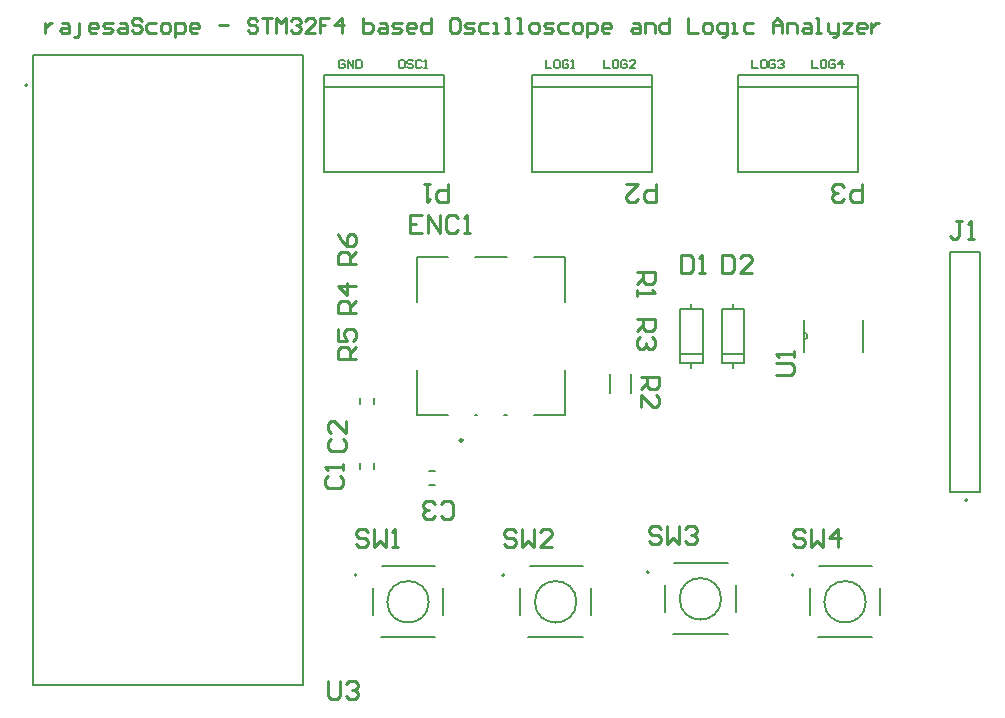
<source format=gbr>
%TF.GenerationSoftware,Altium Limited,Altium Designer,24.7.2 (38)*%
G04 Layer_Color=65535*
%FSLAX45Y45*%
%MOMM*%
%TF.SameCoordinates,C0304756-74E1-48AD-9E84-610300F6E2F7*%
%TF.FilePolarity,Positive*%
%TF.FileFunction,Legend,Top*%
%TF.Part,Single*%
G01*
G75*
%TA.AperFunction,NonConductor*%
%ADD30C,0.20000*%
%ADD31C,0.12700*%
%ADD32C,0.25000*%
%ADD33C,0.15240*%
%ADD34C,0.15400*%
%ADD35C,0.28400*%
%ADD36C,0.25400*%
D30*
X1265501Y-1675000D02*
G03*
X1265501Y-1675000I-10000J0D01*
G01*
X-2434500D02*
G03*
X-2434500Y-1675000I-10000J0D01*
G01*
X40501Y-1650000D02*
G03*
X40501Y-1650000I-10000J0D01*
G01*
X-1184500Y-1675000D02*
G03*
X-1184500Y-1675000I-10000J0D01*
G01*
X-5221900Y2474400D02*
G03*
X-5221900Y2474400I-10000J0D01*
G01*
X2736001Y-1040500D02*
G03*
X2736001Y-1040500I-10000J0D01*
G01*
X654502Y121998D02*
Y578000D01*
X845500D01*
Y121998D02*
Y578000D01*
X654502Y121998D02*
X845500D01*
X664500Y200002D02*
X835503D01*
X750001Y81999D02*
Y121998D01*
Y578000D02*
Y618000D01*
X304500Y121998D02*
Y578000D01*
X495503D01*
Y121998D02*
Y578000D01*
X304500Y121998D02*
X495503D01*
X314503Y200002D02*
X485501D01*
X399999Y81999D02*
Y121998D01*
Y578000D02*
Y618000D01*
X-1925000Y1020000D02*
X-1665000D01*
X-1434998D02*
X-1164996D01*
X-934999D02*
X-675000D01*
Y-320002D02*
Y62502D01*
Y637502D02*
Y1020000D01*
X-1925000Y-320002D02*
X-1665000D01*
X-1434998D02*
X-1414998D01*
X-1184996D02*
X-1164996D01*
X-934999D02*
X-675000D01*
X-1925000D02*
Y62502D01*
Y637502D02*
Y1020000D01*
X-2289688Y-774688D02*
Y-725310D01*
X-2410308Y-774688D02*
Y-725310D01*
X-2289688Y-224691D02*
Y-175309D01*
X-2410308Y-224691D02*
Y-175309D01*
X-1824690Y-789689D02*
X-1775308D01*
X-1824690Y-910308D02*
X-1775308D01*
X-289997Y-130000D02*
Y30000D01*
X-109997Y-130000D02*
Y30000D01*
X2589002Y-966503D02*
Y1065497D01*
Y-966503D02*
X2843002D01*
Y1065497D01*
X2589002D02*
X2843002D01*
D31*
X1875501Y-1900000D02*
G03*
X1875501Y-1900000I-175500J0D01*
G01*
X-1824500D02*
G03*
X-1824500Y-1900000I-175500J0D01*
G01*
X650501Y-1875000D02*
G03*
X650501Y-1875000I-175500J0D01*
G01*
X-574499Y-1900000D02*
G03*
X-574499Y-1900000I-175500J0D01*
G01*
X1400500Y-2015000D02*
Y-1784998D01*
X1470000Y-2199501D02*
X1929999D01*
X2000001Y-2015000D02*
Y-1784998D01*
X1479997Y-1600503D02*
X1929999D01*
X-2299498Y-2015000D02*
Y-1784998D01*
X-2229998Y-2199501D02*
X-1769999D01*
X-1700002Y-2015000D02*
Y-1784998D01*
X-2220001Y-1600503D02*
X-1769999D01*
X175499Y-1990001D02*
Y-1759999D01*
X244998Y-2174502D02*
X704997D01*
X775000Y-1990001D02*
Y-1759999D01*
X255001Y-1575499D02*
X704997D01*
X-1049503Y-2015000D02*
Y-1784998D01*
X-980003Y-2199501D02*
X-519999D01*
X-450002Y-2015000D02*
Y-1784998D01*
X-970001Y-1600503D02*
X-519999D01*
X-2708001Y2459997D02*
X-1692001D01*
Y1739999D02*
Y2459997D01*
Y2559997D01*
X-2708001D02*
X-1692001D01*
X-2708001Y2459997D02*
Y2559997D01*
Y1739999D02*
Y2459997D01*
Y1739999D02*
X-1692001D01*
X-953999Y2459997D02*
X62001D01*
Y1739999D02*
Y2459997D01*
Y2559997D01*
X-953999D02*
X62001D01*
X-953999Y2459997D02*
Y2559997D01*
Y1739999D02*
Y2459997D01*
Y1739999D02*
X62001D01*
X796000Y2459997D02*
X1812000D01*
Y1739999D02*
Y2459997D01*
Y2559997D01*
X796000D02*
X1812000D01*
X796000Y2459997D02*
Y2559997D01*
Y1739999D02*
Y2459997D01*
Y1739999D02*
X1812000D01*
X-5174899Y2728399D02*
X-2888899D01*
Y-2605601D02*
Y2728399D01*
X-5174899Y-2605601D02*
X-2888899D01*
X-5174899D02*
Y2728399D01*
D32*
X-1537500Y-532500D02*
G03*
X-1537500Y-532500I-12500J0D01*
G01*
D33*
X1351080Y319521D02*
G03*
X1351080Y380481I0J30480D01*
G01*
X1351082Y212839D02*
Y319519D01*
Y380479D01*
Y487159D01*
X1848922Y212839D02*
Y487159D01*
D34*
X915400Y2687776D02*
Y2615400D01*
X963651D01*
X1023965Y2687776D02*
X999839D01*
X987777Y2675714D01*
Y2627463D01*
X999839Y2615400D01*
X1023965D01*
X1036028Y2627463D01*
Y2675714D01*
X1023965Y2687776D01*
X1108404Y2675714D02*
X1096341Y2687776D01*
X1072216D01*
X1060153Y2675714D01*
Y2627463D01*
X1072216Y2615400D01*
X1096341D01*
X1108404Y2627463D01*
Y2651588D01*
X1084279D01*
X1132530Y2675714D02*
X1144592Y2687776D01*
X1168718D01*
X1180781Y2675714D01*
Y2663651D01*
X1168718Y2651588D01*
X1156655D01*
X1168718D01*
X1180781Y2639525D01*
Y2627463D01*
X1168718Y2615400D01*
X1144592D01*
X1132530Y2627463D01*
X1422036Y2687776D02*
Y2615400D01*
X1470287D01*
X1530600Y2687776D02*
X1506475D01*
X1494412Y2675714D01*
Y2627463D01*
X1506475Y2615400D01*
X1530600D01*
X1542663Y2627463D01*
Y2675714D01*
X1530600Y2687776D01*
X1615040Y2675714D02*
X1602977Y2687776D01*
X1578852D01*
X1566789Y2675714D01*
Y2627463D01*
X1578852Y2615400D01*
X1602977D01*
X1615040Y2627463D01*
Y2651588D01*
X1590914D01*
X1675354Y2615400D02*
Y2687776D01*
X1639165Y2651588D01*
X1687416D01*
X-834600Y2687776D02*
Y2615400D01*
X-786349D01*
X-726035Y2687776D02*
X-750161D01*
X-762224Y2675714D01*
Y2627463D01*
X-750161Y2615400D01*
X-726035D01*
X-713972Y2627463D01*
Y2675714D01*
X-726035Y2687776D01*
X-641596Y2675714D02*
X-653659Y2687776D01*
X-677784D01*
X-689847Y2675714D01*
Y2627463D01*
X-677784Y2615400D01*
X-653659D01*
X-641596Y2627463D01*
Y2651588D01*
X-665722D01*
X-617470Y2615400D02*
X-593345D01*
X-605408D01*
Y2687776D01*
X-617470Y2675714D01*
X-340027Y2687776D02*
Y2615400D01*
X-291776D01*
X-231462Y2687776D02*
X-255588D01*
X-267650Y2675714D01*
Y2627463D01*
X-255588Y2615400D01*
X-231462D01*
X-219399Y2627463D01*
Y2675714D01*
X-231462Y2687776D01*
X-147023Y2675714D02*
X-159086Y2687776D01*
X-183211D01*
X-195274Y2675714D01*
Y2627463D01*
X-183211Y2615400D01*
X-159086D01*
X-147023Y2627463D01*
Y2651588D01*
X-171149D01*
X-74646Y2615400D02*
X-122897D01*
X-74646Y2663651D01*
Y2675714D01*
X-86709Y2687776D01*
X-110835D01*
X-122897Y2675714D01*
X-2536349D02*
X-2548412Y2687776D01*
X-2572537D01*
X-2584600Y2675714D01*
Y2627463D01*
X-2572537Y2615400D01*
X-2548412D01*
X-2536349Y2627463D01*
Y2651588D01*
X-2560474D01*
X-2512223Y2615400D02*
Y2687776D01*
X-2463972Y2615400D01*
Y2687776D01*
X-2439847D02*
Y2615400D01*
X-2403659D01*
X-2391596Y2627463D01*
Y2675714D01*
X-2403659Y2687776D01*
X-2439847D01*
X-2041776D02*
X-2065901D01*
X-2077964Y2675714D01*
Y2627463D01*
X-2065901Y2615400D01*
X-2041776D01*
X-2029713Y2627463D01*
Y2675714D01*
X-2041776Y2687776D01*
X-1957336Y2675714D02*
X-1969399Y2687776D01*
X-1993525D01*
X-2005588Y2675714D01*
Y2663651D01*
X-1993525Y2651588D01*
X-1969399D01*
X-1957336Y2639525D01*
Y2627463D01*
X-1969399Y2615400D01*
X-1993525D01*
X-2005588Y2627463D01*
X-1884960Y2675714D02*
X-1897023Y2687776D01*
X-1921148D01*
X-1933211Y2675714D01*
Y2627463D01*
X-1921148Y2615400D01*
X-1897023D01*
X-1884960Y2627463D01*
X-1860834Y2615400D02*
X-1836709D01*
X-1848772D01*
Y2687776D01*
X-1860834Y2675714D01*
D35*
X-5071600Y3000760D02*
Y2919186D01*
Y2959973D01*
X-5051207Y2980367D01*
X-5030813Y3000760D01*
X-5010420D01*
X-4928846D02*
X-4888060D01*
X-4867666Y2980367D01*
Y2919186D01*
X-4928846D01*
X-4949240Y2939580D01*
X-4928846Y2959973D01*
X-4867666D01*
X-4826879Y2878400D02*
X-4806486D01*
X-4786093Y2898793D01*
Y3000760D01*
X-4643339Y2919186D02*
X-4684126D01*
X-4704519Y2939580D01*
Y2980367D01*
X-4684126Y3000760D01*
X-4643339D01*
X-4622945Y2980367D01*
Y2959973D01*
X-4704519D01*
X-4582158Y2919186D02*
X-4520978D01*
X-4500585Y2939580D01*
X-4520978Y2959973D01*
X-4561765D01*
X-4582158Y2980367D01*
X-4561765Y3000760D01*
X-4500585D01*
X-4439405D02*
X-4398618D01*
X-4378224Y2980367D01*
Y2919186D01*
X-4439405D01*
X-4459798Y2939580D01*
X-4439405Y2959973D01*
X-4378224D01*
X-4255864Y3021153D02*
X-4276257Y3041547D01*
X-4317044D01*
X-4337438Y3021153D01*
Y3000760D01*
X-4317044Y2980367D01*
X-4276257D01*
X-4255864Y2959973D01*
Y2939580D01*
X-4276257Y2919186D01*
X-4317044D01*
X-4337438Y2939580D01*
X-4133504Y3000760D02*
X-4194684D01*
X-4215077Y2980367D01*
Y2939580D01*
X-4194684Y2919186D01*
X-4133504D01*
X-4072323D02*
X-4031537D01*
X-4011143Y2939580D01*
Y2980367D01*
X-4031537Y3000760D01*
X-4072323D01*
X-4092717Y2980367D01*
Y2939580D01*
X-4072323Y2919186D01*
X-3970356Y2878400D02*
Y3000760D01*
X-3909176D01*
X-3888783Y2980367D01*
Y2939580D01*
X-3909176Y2919186D01*
X-3970356D01*
X-3786816D02*
X-3827602D01*
X-3847996Y2939580D01*
Y2980367D01*
X-3827602Y3000760D01*
X-3786816D01*
X-3766422Y2980367D01*
Y2959973D01*
X-3847996D01*
X-3603275Y2980367D02*
X-3521701D01*
X-3276980Y3021153D02*
X-3297374Y3041547D01*
X-3338161D01*
X-3358554Y3021153D01*
Y3000760D01*
X-3338161Y2980367D01*
X-3297374D01*
X-3276980Y2959973D01*
Y2939580D01*
X-3297374Y2919186D01*
X-3338161D01*
X-3358554Y2939580D01*
X-3236194Y3041547D02*
X-3154620D01*
X-3195407D01*
Y2919186D01*
X-3113833D02*
Y3041547D01*
X-3073046Y3000760D01*
X-3032260Y3041547D01*
Y2919186D01*
X-2991473Y3021153D02*
X-2971079Y3041547D01*
X-2930293D01*
X-2909899Y3021153D01*
Y3000760D01*
X-2930293Y2980367D01*
X-2950686D01*
X-2930293D01*
X-2909899Y2959973D01*
Y2939580D01*
X-2930293Y2919186D01*
X-2971079D01*
X-2991473Y2939580D01*
X-2787539Y2919186D02*
X-2869112D01*
X-2787539Y3000760D01*
Y3021153D01*
X-2807932Y3041547D01*
X-2848719D01*
X-2869112Y3021153D01*
X-2665178Y3041547D02*
X-2746752D01*
Y2980367D01*
X-2705965D01*
X-2746752D01*
Y2919186D01*
X-2563211D02*
Y3041547D01*
X-2624391Y2980367D01*
X-2542818D01*
X-2379671Y3041547D02*
Y2919186D01*
X-2318490D01*
X-2298097Y2939580D01*
Y2959973D01*
Y2980367D01*
X-2318490Y3000760D01*
X-2379671D01*
X-2236917D02*
X-2196130D01*
X-2175737Y2980367D01*
Y2919186D01*
X-2236917D01*
X-2257310Y2939580D01*
X-2236917Y2959973D01*
X-2175737D01*
X-2134950Y2919186D02*
X-2073770D01*
X-2053376Y2939580D01*
X-2073770Y2959973D01*
X-2114556D01*
X-2134950Y2980367D01*
X-2114556Y3000760D01*
X-2053376D01*
X-1951409Y2919186D02*
X-1992196D01*
X-2012589Y2939580D01*
Y2980367D01*
X-1992196Y3000760D01*
X-1951409D01*
X-1931016Y2980367D01*
Y2959973D01*
X-2012589D01*
X-1808655Y3041547D02*
Y2919186D01*
X-1869835D01*
X-1890229Y2939580D01*
Y2980367D01*
X-1869835Y3000760D01*
X-1808655D01*
X-1584328Y3041547D02*
X-1625115D01*
X-1645508Y3021153D01*
Y2939580D01*
X-1625115Y2919186D01*
X-1584328D01*
X-1563934Y2939580D01*
Y3021153D01*
X-1584328Y3041547D01*
X-1523148Y2919186D02*
X-1461967D01*
X-1441574Y2939580D01*
X-1461967Y2959973D01*
X-1502754D01*
X-1523148Y2980367D01*
X-1502754Y3000760D01*
X-1441574D01*
X-1319214D02*
X-1380394D01*
X-1400787Y2980367D01*
Y2939580D01*
X-1380394Y2919186D01*
X-1319214D01*
X-1278427D02*
X-1237640D01*
X-1258033D01*
Y3000760D01*
X-1278427D01*
X-1176460Y2919186D02*
X-1135673D01*
X-1156066D01*
Y3041547D01*
X-1176460D01*
X-1074493Y2919186D02*
X-1033706D01*
X-1054099D01*
Y3041547D01*
X-1074493D01*
X-952132Y2919186D02*
X-911345D01*
X-890952Y2939580D01*
Y2980367D01*
X-911345Y3000760D01*
X-952132D01*
X-972526Y2980367D01*
Y2939580D01*
X-952132Y2919186D01*
X-850165D02*
X-788985D01*
X-768592Y2939580D01*
X-788985Y2959973D01*
X-829772D01*
X-850165Y2980367D01*
X-829772Y3000760D01*
X-768592D01*
X-646231D02*
X-707411D01*
X-727805Y2980367D01*
Y2939580D01*
X-707411Y2919186D01*
X-646231D01*
X-585051D02*
X-544264D01*
X-523871Y2939580D01*
Y2980367D01*
X-544264Y3000760D01*
X-585051D01*
X-605444Y2980367D01*
Y2939580D01*
X-585051Y2919186D01*
X-483084Y2878400D02*
Y3000760D01*
X-421904D01*
X-401510Y2980367D01*
Y2939580D01*
X-421904Y2919186D01*
X-483084D01*
X-299543D02*
X-340330D01*
X-360723Y2939580D01*
Y2980367D01*
X-340330Y3000760D01*
X-299543D01*
X-279150Y2980367D01*
Y2959973D01*
X-360723D01*
X-95609Y3000760D02*
X-54822D01*
X-34429Y2980367D01*
Y2919186D01*
X-95609D01*
X-116003Y2939580D01*
X-95609Y2959973D01*
X-34429D01*
X6358Y2919186D02*
Y3000760D01*
X67538D01*
X87931Y2980367D01*
Y2919186D01*
X210292Y3041547D02*
Y2919186D01*
X149112D01*
X128718Y2939580D01*
Y2980367D01*
X149112Y3000760D01*
X210292D01*
X373439Y3041547D02*
Y2919186D01*
X455013D01*
X516193D02*
X556980D01*
X577373Y2939580D01*
Y2980367D01*
X556980Y3000760D01*
X516193D01*
X495800Y2980367D01*
Y2939580D01*
X516193Y2919186D01*
X658947Y2878400D02*
X679340D01*
X699734Y2898793D01*
Y3000760D01*
X638553D01*
X618160Y2980367D01*
Y2939580D01*
X638553Y2919186D01*
X699734D01*
X740520D02*
X781307D01*
X760914D01*
Y3000760D01*
X740520D01*
X924061D02*
X862881D01*
X842488Y2980367D01*
Y2939580D01*
X862881Y2919186D01*
X924061D01*
X1087208D02*
Y3000760D01*
X1127995Y3041547D01*
X1168782Y3000760D01*
Y2919186D01*
Y2980367D01*
X1087208D01*
X1209569Y2919186D02*
Y3000760D01*
X1270749D01*
X1291142Y2980367D01*
Y2919186D01*
X1352323Y3000760D02*
X1393109D01*
X1413503Y2980367D01*
Y2919186D01*
X1352323D01*
X1331929Y2939580D01*
X1352323Y2959973D01*
X1413503D01*
X1454290Y2919186D02*
X1495077D01*
X1474683D01*
Y3041547D01*
X1454290D01*
X1556257Y3000760D02*
Y2939580D01*
X1576650Y2919186D01*
X1637830D01*
Y2898793D01*
X1617437Y2878400D01*
X1597044D01*
X1637830Y2919186D02*
Y3000760D01*
X1678617D02*
X1760191D01*
X1678617Y2919186D01*
X1760191D01*
X1862158D02*
X1821371D01*
X1800978Y2939580D01*
Y2980367D01*
X1821371Y3000760D01*
X1862158D01*
X1882551Y2980367D01*
Y2959973D01*
X1800978D01*
X1923338Y3000760D02*
Y2919186D01*
Y2959973D01*
X1943731Y2980367D01*
X1964125Y3000760D01*
X1984518D01*
D36*
X1363418Y-1306951D02*
X1338026Y-1281560D01*
X1287243D01*
X1261851Y-1306951D01*
Y-1332343D01*
X1287243Y-1357735D01*
X1338026D01*
X1363418Y-1383127D01*
Y-1408518D01*
X1338026Y-1433910D01*
X1287243D01*
X1261851Y-1408518D01*
X1414202Y-1281560D02*
Y-1433910D01*
X1464985Y-1383127D01*
X1515769Y-1433910D01*
Y-1281560D01*
X1642728Y-1433910D02*
Y-1281560D01*
X1566552Y-1357735D01*
X1668120D01*
X-2336583Y-1306951D02*
X-2361975Y-1281560D01*
X-2412758D01*
X-2438150Y-1306951D01*
Y-1332343D01*
X-2412758Y-1357735D01*
X-2361975D01*
X-2336583Y-1383127D01*
Y-1408518D01*
X-2361975Y-1433910D01*
X-2412758D01*
X-2438150Y-1408518D01*
X-2285799Y-1281560D02*
Y-1433910D01*
X-2235016Y-1383127D01*
X-2184232Y-1433910D01*
Y-1281560D01*
X-2133449Y-1433910D02*
X-2082665D01*
X-2108057D01*
Y-1281560D01*
X-2133449Y-1306951D01*
X138418Y-1281951D02*
X113026Y-1256560D01*
X62242D01*
X36851Y-1281951D01*
Y-1307343D01*
X62242Y-1332735D01*
X113026D01*
X138418Y-1358127D01*
Y-1383518D01*
X113026Y-1408910D01*
X62242D01*
X36851Y-1383518D01*
X189201Y-1256560D02*
Y-1408910D01*
X239985Y-1358127D01*
X290769Y-1408910D01*
Y-1256560D01*
X341552Y-1281951D02*
X366944Y-1256560D01*
X417727D01*
X443119Y-1281951D01*
Y-1307343D01*
X417727Y-1332735D01*
X392336D01*
X417727D01*
X443119Y-1358127D01*
Y-1383518D01*
X417727Y-1408910D01*
X366944D01*
X341552Y-1383518D01*
X-1086582Y-1306951D02*
X-1111974Y-1281560D01*
X-1162758D01*
X-1188150Y-1306951D01*
Y-1332343D01*
X-1162758Y-1357735D01*
X-1111974D01*
X-1086582Y-1383127D01*
Y-1408518D01*
X-1111974Y-1433910D01*
X-1162758D01*
X-1188150Y-1408518D01*
X-1035799Y-1281560D02*
Y-1433910D01*
X-985015Y-1383127D01*
X-934232Y-1433910D01*
Y-1281560D01*
X-781881Y-1433910D02*
X-883448D01*
X-781881Y-1332343D01*
Y-1306951D01*
X-807273Y-1281560D01*
X-858056D01*
X-883448Y-1306951D01*
X659830Y1039561D02*
Y887211D01*
X736005D01*
X761397Y912602D01*
Y1014169D01*
X736005Y1039561D01*
X659830D01*
X913748Y887211D02*
X812181D01*
X913748Y988778D01*
Y1014169D01*
X888356Y1039561D01*
X837573D01*
X812181Y1014169D01*
X309830Y1039561D02*
Y887211D01*
X386005D01*
X411397Y912602D01*
Y1014169D01*
X386005Y1039561D01*
X309830D01*
X462181Y887211D02*
X512964D01*
X487573D01*
Y1039561D01*
X462181Y1014169D01*
X-1657710Y1635650D02*
Y1483299D01*
X-1733885D01*
X-1759277Y1508691D01*
Y1559475D01*
X-1733885Y1584867D01*
X-1657710D01*
X-1810060Y1635650D02*
X-1860844D01*
X-1835452D01*
Y1483299D01*
X-1810060Y1508691D01*
X96290Y1635650D02*
Y1483299D01*
X20115D01*
X-5277Y1508691D01*
Y1559475D01*
X20115Y1584867D01*
X96290D01*
X-157628Y1635650D02*
X-56060D01*
X-157628Y1534083D01*
Y1508691D01*
X-132236Y1483299D01*
X-81452D01*
X-56060Y1508691D01*
X-1882963Y1374841D02*
X-1984530D01*
Y1222490D01*
X-1882963D01*
X-1984530Y1298665D02*
X-1933747D01*
X-1832179Y1222490D02*
Y1374841D01*
X-1730612Y1222490D01*
Y1374841D01*
X-1578262Y1349449D02*
X-1603653Y1374841D01*
X-1654437D01*
X-1679829Y1349449D01*
Y1247882D01*
X-1654437Y1222490D01*
X-1603653D01*
X-1578262Y1247882D01*
X-1527478Y1222490D02*
X-1476695D01*
X-1502086D01*
Y1374841D01*
X-1527478Y1349449D01*
X1846290Y1635650D02*
Y1483299D01*
X1770115D01*
X1744723Y1508691D01*
Y1559475D01*
X1770115Y1584867D01*
X1846290D01*
X1693940Y1508691D02*
X1668548Y1483299D01*
X1617764D01*
X1592372Y1508691D01*
Y1534083D01*
X1617764Y1559475D01*
X1643156D01*
X1617764D01*
X1592372Y1584867D01*
Y1610258D01*
X1617764Y1635650D01*
X1668548D01*
X1693940Y1610258D01*
X-2673809Y-832583D02*
X-2699201Y-857975D01*
Y-908758D01*
X-2673809Y-934150D01*
X-2572242D01*
X-2546850Y-908758D01*
Y-857975D01*
X-2572242Y-832583D01*
X-2546850Y-781800D02*
Y-731016D01*
Y-756408D01*
X-2699201D01*
X-2673809Y-781800D01*
X-2650783Y-525392D02*
X-2676175Y-550784D01*
Y-601567D01*
X-2650783Y-626959D01*
X-2549216D01*
X-2523825Y-601567D01*
Y-550784D01*
X-2549216Y-525392D01*
X-2523825Y-373041D02*
Y-474608D01*
X-2625392Y-373041D01*
X-2650783D01*
X-2676175Y-398433D01*
Y-449216D01*
X-2650783Y-474608D01*
X-2438430Y542290D02*
X-2590781D01*
Y618465D01*
X-2565389Y643857D01*
X-2514606D01*
X-2489214Y618465D01*
Y542290D01*
Y593073D02*
X-2438430Y643857D01*
Y770816D02*
X-2590781D01*
X-2514606Y694640D01*
Y796208D01*
X-2438430Y957290D02*
X-2590781D01*
Y1033465D01*
X-2565389Y1058857D01*
X-2514606D01*
X-2489214Y1033465D01*
Y957290D01*
Y1008073D02*
X-2438430Y1058857D01*
X-2590781Y1211208D02*
X-2565389Y1160424D01*
X-2514606Y1109640D01*
X-2463822D01*
X-2438430Y1135032D01*
Y1185816D01*
X-2463822Y1211208D01*
X-2489214D01*
X-2514606Y1185816D01*
Y1109640D01*
X-2438430Y157290D02*
X-2590781D01*
Y233465D01*
X-2565389Y258857D01*
X-2514606D01*
X-2489214Y233465D01*
Y157290D01*
Y208073D02*
X-2438430Y258857D01*
X-2590781Y411208D02*
Y309641D01*
X-2514606D01*
X-2539997Y360424D01*
Y385816D01*
X-2514606Y411208D01*
X-2463822D01*
X-2438430Y385816D01*
Y335033D01*
X-2463822Y309641D01*
X-1717417Y-1173809D02*
X-1692026Y-1199201D01*
X-1641242D01*
X-1615850Y-1173809D01*
Y-1072242D01*
X-1641242Y-1046850D01*
X-1692026D01*
X-1717417Y-1072242D01*
X-1768201Y-1173809D02*
X-1793593Y-1199201D01*
X-1844376D01*
X-1869768Y-1173809D01*
Y-1148417D01*
X-1844376Y-1123025D01*
X-1818984D01*
X-1844376D01*
X-1869768Y-1097634D01*
Y-1072242D01*
X-1844376Y-1046850D01*
X-1793593D01*
X-1768201Y-1072242D01*
X1116179Y21071D02*
X1243138D01*
X1268530Y46462D01*
Y97246D01*
X1243138Y122638D01*
X1116179D01*
X1268530Y173421D02*
Y224205D01*
Y198813D01*
X1116179D01*
X1141571Y173421D01*
X-26175Y1959D02*
X126176D01*
Y-74216D01*
X100784Y-99608D01*
X50000D01*
X24609Y-74216D01*
Y1959D01*
Y-48824D02*
X-26175Y-99608D01*
Y-251959D02*
Y-150392D01*
X75392Y-251959D01*
X100784D01*
X126176Y-226567D01*
Y-175783D01*
X100784Y-150392D01*
X-61570Y892710D02*
X90781D01*
Y816535D01*
X65389Y791143D01*
X14606D01*
X-10786Y816535D01*
Y892710D01*
Y841927D02*
X-61570Y791143D01*
Y740360D02*
Y689576D01*
Y714968D01*
X90781D01*
X65389Y740360D01*
X-61570Y492710D02*
X90781D01*
Y416535D01*
X65389Y391143D01*
X14606D01*
X-10786Y416535D01*
Y492710D01*
Y441927D02*
X-61570Y391143D01*
X65389Y340360D02*
X90781Y314968D01*
Y264184D01*
X65389Y238793D01*
X39998D01*
X14606Y264184D01*
Y289576D01*
Y264184D01*
X-10786Y238793D01*
X-36178D01*
X-61570Y264184D01*
Y314968D01*
X-36178Y340360D01*
X-2676959Y-2573825D02*
Y-2700784D01*
X-2651567Y-2726175D01*
X-2600783D01*
X-2575392Y-2700784D01*
Y-2573825D01*
X-2524608Y-2599217D02*
X-2499216Y-2573825D01*
X-2448433D01*
X-2423041Y-2599217D01*
Y-2624608D01*
X-2448433Y-2650000D01*
X-2473825D01*
X-2448433D01*
X-2423041Y-2675392D01*
Y-2700784D01*
X-2448433Y-2726175D01*
X-2499216D01*
X-2524608Y-2700784D01*
X2689298Y1320721D02*
X2638515D01*
X2663907D01*
Y1193762D01*
X2638515Y1168370D01*
X2613123D01*
X2587731Y1193762D01*
X2740082Y1168370D02*
X2790865D01*
X2765474D01*
Y1320721D01*
X2740082Y1295329D01*
%TF.MD5,fbd0e09cdf9fa6a599d07a4be571b49a*%
M02*

</source>
